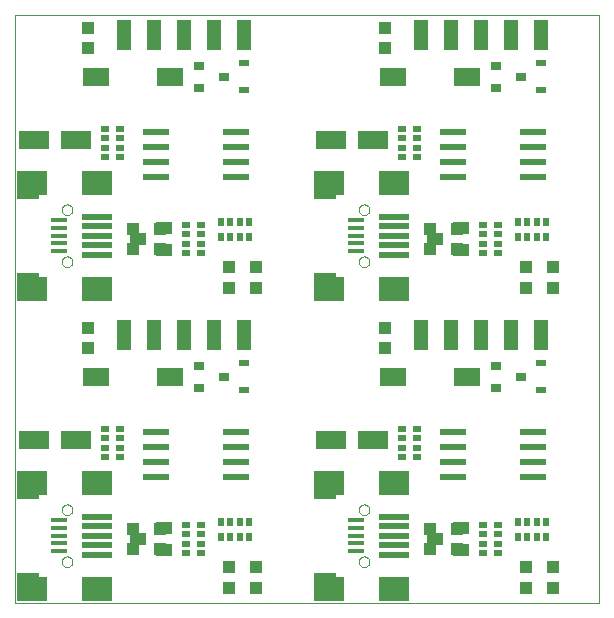
<source format=gtp>
G75*
%MOIN*%
%OFA0B0*%
%FSLAX24Y24*%
%IPPOS*%
%LPD*%
%AMOC8*
5,1,8,0,0,1.08239X$1,22.5*
%
%ADD10C,0.0000*%
%ADD11R,0.0500X0.1000*%
%ADD12R,0.0354X0.0315*%
%ADD13R,0.0327X0.0248*%
%ADD14R,0.0984X0.0197*%
%ADD15R,0.0984X0.0787*%
%ADD16R,0.0551X0.0138*%
%ADD17R,0.0748X0.0709*%
%ADD18R,0.0870X0.0240*%
%ADD19R,0.0551X0.0394*%
%ADD20R,0.0433X0.0394*%
%ADD21R,0.0400X0.0400*%
%ADD22R,0.0394X0.0433*%
%ADD23R,0.0256X0.0197*%
%ADD24R,0.0197X0.0256*%
%ADD25R,0.0906X0.0630*%
%ADD26R,0.1024X0.0630*%
D10*
X000778Y000102D02*
X000778Y019723D01*
X020273Y019723D01*
X020273Y000102D01*
X000778Y000102D01*
X002351Y001485D02*
X002353Y001511D01*
X002359Y001537D01*
X002369Y001562D01*
X002382Y001585D01*
X002398Y001605D01*
X002418Y001623D01*
X002440Y001638D01*
X002463Y001650D01*
X002489Y001658D01*
X002515Y001662D01*
X002541Y001662D01*
X002567Y001658D01*
X002593Y001650D01*
X002617Y001638D01*
X002638Y001623D01*
X002658Y001605D01*
X002674Y001585D01*
X002687Y001562D01*
X002697Y001537D01*
X002703Y001511D01*
X002705Y001485D01*
X002703Y001459D01*
X002697Y001433D01*
X002687Y001408D01*
X002674Y001385D01*
X002658Y001365D01*
X002638Y001347D01*
X002616Y001332D01*
X002593Y001320D01*
X002567Y001312D01*
X002541Y001308D01*
X002515Y001308D01*
X002489Y001312D01*
X002463Y001320D01*
X002439Y001332D01*
X002418Y001347D01*
X002398Y001365D01*
X002382Y001385D01*
X002369Y001408D01*
X002359Y001433D01*
X002353Y001459D01*
X002351Y001485D01*
X002351Y003218D02*
X002353Y003244D01*
X002359Y003270D01*
X002369Y003295D01*
X002382Y003318D01*
X002398Y003338D01*
X002418Y003356D01*
X002440Y003371D01*
X002463Y003383D01*
X002489Y003391D01*
X002515Y003395D01*
X002541Y003395D01*
X002567Y003391D01*
X002593Y003383D01*
X002617Y003371D01*
X002638Y003356D01*
X002658Y003338D01*
X002674Y003318D01*
X002687Y003295D01*
X002697Y003270D01*
X002703Y003244D01*
X002705Y003218D01*
X002703Y003192D01*
X002697Y003166D01*
X002687Y003141D01*
X002674Y003118D01*
X002658Y003098D01*
X002638Y003080D01*
X002616Y003065D01*
X002593Y003053D01*
X002567Y003045D01*
X002541Y003041D01*
X002515Y003041D01*
X002489Y003045D01*
X002463Y003053D01*
X002439Y003065D01*
X002418Y003080D01*
X002398Y003098D01*
X002382Y003118D01*
X002369Y003141D01*
X002359Y003166D01*
X002353Y003192D01*
X002351Y003218D01*
X002351Y011485D02*
X002353Y011511D01*
X002359Y011537D01*
X002369Y011562D01*
X002382Y011585D01*
X002398Y011605D01*
X002418Y011623D01*
X002440Y011638D01*
X002463Y011650D01*
X002489Y011658D01*
X002515Y011662D01*
X002541Y011662D01*
X002567Y011658D01*
X002593Y011650D01*
X002617Y011638D01*
X002638Y011623D01*
X002658Y011605D01*
X002674Y011585D01*
X002687Y011562D01*
X002697Y011537D01*
X002703Y011511D01*
X002705Y011485D01*
X002703Y011459D01*
X002697Y011433D01*
X002687Y011408D01*
X002674Y011385D01*
X002658Y011365D01*
X002638Y011347D01*
X002616Y011332D01*
X002593Y011320D01*
X002567Y011312D01*
X002541Y011308D01*
X002515Y011308D01*
X002489Y011312D01*
X002463Y011320D01*
X002439Y011332D01*
X002418Y011347D01*
X002398Y011365D01*
X002382Y011385D01*
X002369Y011408D01*
X002359Y011433D01*
X002353Y011459D01*
X002351Y011485D01*
X002351Y013218D02*
X002353Y013244D01*
X002359Y013270D01*
X002369Y013295D01*
X002382Y013318D01*
X002398Y013338D01*
X002418Y013356D01*
X002440Y013371D01*
X002463Y013383D01*
X002489Y013391D01*
X002515Y013395D01*
X002541Y013395D01*
X002567Y013391D01*
X002593Y013383D01*
X002617Y013371D01*
X002638Y013356D01*
X002658Y013338D01*
X002674Y013318D01*
X002687Y013295D01*
X002697Y013270D01*
X002703Y013244D01*
X002705Y013218D01*
X002703Y013192D01*
X002697Y013166D01*
X002687Y013141D01*
X002674Y013118D01*
X002658Y013098D01*
X002638Y013080D01*
X002616Y013065D01*
X002593Y013053D01*
X002567Y013045D01*
X002541Y013041D01*
X002515Y013041D01*
X002489Y013045D01*
X002463Y013053D01*
X002439Y013065D01*
X002418Y013080D01*
X002398Y013098D01*
X002382Y013118D01*
X002369Y013141D01*
X002359Y013166D01*
X002353Y013192D01*
X002351Y013218D01*
X012251Y013218D02*
X012253Y013244D01*
X012259Y013270D01*
X012269Y013295D01*
X012282Y013318D01*
X012298Y013338D01*
X012318Y013356D01*
X012340Y013371D01*
X012363Y013383D01*
X012389Y013391D01*
X012415Y013395D01*
X012441Y013395D01*
X012467Y013391D01*
X012493Y013383D01*
X012517Y013371D01*
X012538Y013356D01*
X012558Y013338D01*
X012574Y013318D01*
X012587Y013295D01*
X012597Y013270D01*
X012603Y013244D01*
X012605Y013218D01*
X012603Y013192D01*
X012597Y013166D01*
X012587Y013141D01*
X012574Y013118D01*
X012558Y013098D01*
X012538Y013080D01*
X012516Y013065D01*
X012493Y013053D01*
X012467Y013045D01*
X012441Y013041D01*
X012415Y013041D01*
X012389Y013045D01*
X012363Y013053D01*
X012339Y013065D01*
X012318Y013080D01*
X012298Y013098D01*
X012282Y013118D01*
X012269Y013141D01*
X012259Y013166D01*
X012253Y013192D01*
X012251Y013218D01*
X012251Y011485D02*
X012253Y011511D01*
X012259Y011537D01*
X012269Y011562D01*
X012282Y011585D01*
X012298Y011605D01*
X012318Y011623D01*
X012340Y011638D01*
X012363Y011650D01*
X012389Y011658D01*
X012415Y011662D01*
X012441Y011662D01*
X012467Y011658D01*
X012493Y011650D01*
X012517Y011638D01*
X012538Y011623D01*
X012558Y011605D01*
X012574Y011585D01*
X012587Y011562D01*
X012597Y011537D01*
X012603Y011511D01*
X012605Y011485D01*
X012603Y011459D01*
X012597Y011433D01*
X012587Y011408D01*
X012574Y011385D01*
X012558Y011365D01*
X012538Y011347D01*
X012516Y011332D01*
X012493Y011320D01*
X012467Y011312D01*
X012441Y011308D01*
X012415Y011308D01*
X012389Y011312D01*
X012363Y011320D01*
X012339Y011332D01*
X012318Y011347D01*
X012298Y011365D01*
X012282Y011385D01*
X012269Y011408D01*
X012259Y011433D01*
X012253Y011459D01*
X012251Y011485D01*
X012251Y003218D02*
X012253Y003244D01*
X012259Y003270D01*
X012269Y003295D01*
X012282Y003318D01*
X012298Y003338D01*
X012318Y003356D01*
X012340Y003371D01*
X012363Y003383D01*
X012389Y003391D01*
X012415Y003395D01*
X012441Y003395D01*
X012467Y003391D01*
X012493Y003383D01*
X012517Y003371D01*
X012538Y003356D01*
X012558Y003338D01*
X012574Y003318D01*
X012587Y003295D01*
X012597Y003270D01*
X012603Y003244D01*
X012605Y003218D01*
X012603Y003192D01*
X012597Y003166D01*
X012587Y003141D01*
X012574Y003118D01*
X012558Y003098D01*
X012538Y003080D01*
X012516Y003065D01*
X012493Y003053D01*
X012467Y003045D01*
X012441Y003041D01*
X012415Y003041D01*
X012389Y003045D01*
X012363Y003053D01*
X012339Y003065D01*
X012318Y003080D01*
X012298Y003098D01*
X012282Y003118D01*
X012269Y003141D01*
X012259Y003166D01*
X012253Y003192D01*
X012251Y003218D01*
X012251Y001485D02*
X012253Y001511D01*
X012259Y001537D01*
X012269Y001562D01*
X012282Y001585D01*
X012298Y001605D01*
X012318Y001623D01*
X012340Y001638D01*
X012363Y001650D01*
X012389Y001658D01*
X012415Y001662D01*
X012441Y001662D01*
X012467Y001658D01*
X012493Y001650D01*
X012517Y001638D01*
X012538Y001623D01*
X012558Y001605D01*
X012574Y001585D01*
X012587Y001562D01*
X012597Y001537D01*
X012603Y001511D01*
X012605Y001485D01*
X012603Y001459D01*
X012597Y001433D01*
X012587Y001408D01*
X012574Y001385D01*
X012558Y001365D01*
X012538Y001347D01*
X012516Y001332D01*
X012493Y001320D01*
X012467Y001312D01*
X012441Y001308D01*
X012415Y001308D01*
X012389Y001312D01*
X012363Y001320D01*
X012339Y001332D01*
X012318Y001347D01*
X012298Y001365D01*
X012282Y001385D01*
X012269Y001408D01*
X012259Y001433D01*
X012253Y001459D01*
X012251Y001485D01*
D11*
X014328Y009052D03*
X015328Y009052D03*
X016328Y009052D03*
X017328Y009052D03*
X018328Y009052D03*
X018328Y019052D03*
X017328Y019052D03*
X016328Y019052D03*
X015328Y019052D03*
X014328Y019052D03*
X008428Y019052D03*
X007428Y019052D03*
X006428Y019052D03*
X005428Y019052D03*
X004428Y019052D03*
X004428Y009052D03*
X005428Y009052D03*
X006428Y009052D03*
X007428Y009052D03*
X008428Y009052D03*
D12*
X007761Y007652D03*
X006934Y008026D03*
X006934Y007278D03*
X006934Y017278D03*
X006934Y018026D03*
X007761Y017652D03*
X016834Y018026D03*
X016834Y017278D03*
X017661Y017652D03*
X016834Y008026D03*
X016834Y007278D03*
X017661Y007652D03*
D13*
X018328Y008104D03*
X018328Y007199D03*
X018328Y017199D03*
X018328Y018104D03*
X008428Y018104D03*
X008428Y017199D03*
X008428Y008104D03*
X008428Y007199D03*
D14*
X003512Y002981D03*
X003512Y002667D03*
X003512Y002352D03*
X003512Y002037D03*
X003512Y001722D03*
X003512Y011722D03*
X003512Y012037D03*
X003512Y012352D03*
X003512Y012667D03*
X003512Y012981D03*
X013412Y012981D03*
X013412Y012667D03*
X013412Y012352D03*
X013412Y012037D03*
X013412Y011722D03*
X013412Y002981D03*
X013412Y002667D03*
X013412Y002352D03*
X013412Y002037D03*
X013412Y001722D03*
D15*
X013412Y000580D03*
X011246Y000580D03*
X011246Y004123D03*
X013412Y004123D03*
X013412Y010580D03*
X011246Y010580D03*
X011246Y014123D03*
X013412Y014123D03*
X003512Y014123D03*
X001346Y014123D03*
X001346Y010580D03*
X003512Y010580D03*
X003512Y004123D03*
X001346Y004123D03*
X001346Y000580D03*
X003512Y000580D03*
D16*
X002271Y001840D03*
X002271Y002096D03*
X002271Y002352D03*
X002271Y002607D03*
X002271Y002863D03*
X002271Y011840D03*
X002271Y012096D03*
X002271Y012352D03*
X002271Y012607D03*
X002271Y012863D03*
X012171Y012863D03*
X012171Y012607D03*
X012171Y012352D03*
X012171Y012096D03*
X012171Y011840D03*
X012171Y002863D03*
X012171Y002607D03*
X012171Y002352D03*
X012171Y002096D03*
X012171Y001840D03*
D17*
X011128Y000777D03*
X011128Y003926D03*
X011128Y010777D03*
X011128Y013926D03*
X001228Y013926D03*
X001228Y010777D03*
X001228Y003926D03*
X001228Y000777D03*
D18*
X005498Y004302D03*
X005498Y004802D03*
X005498Y005302D03*
X005498Y005802D03*
X008148Y005802D03*
X008148Y005302D03*
X008148Y004802D03*
X008148Y004302D03*
X015398Y004302D03*
X015398Y004802D03*
X015398Y005302D03*
X015398Y005802D03*
X018048Y005802D03*
X018048Y005302D03*
X018048Y004802D03*
X018048Y004302D03*
X018048Y014302D03*
X018048Y014802D03*
X018048Y015302D03*
X018048Y015802D03*
X015398Y015802D03*
X015398Y015302D03*
X015398Y014802D03*
X015398Y014302D03*
X008148Y014302D03*
X008148Y014802D03*
X008148Y015302D03*
X008148Y015802D03*
X005498Y015802D03*
X005498Y015302D03*
X005498Y014802D03*
X005498Y014302D03*
D19*
X005761Y012626D03*
X005761Y011878D03*
X004894Y012252D03*
X005761Y002626D03*
X005761Y001878D03*
X004894Y002252D03*
X014794Y002252D03*
X015661Y002626D03*
X015661Y001878D03*
X015661Y011878D03*
X015661Y012626D03*
X014794Y012252D03*
D20*
X014628Y011917D03*
X014628Y012586D03*
X015528Y012586D03*
X015528Y011917D03*
X015528Y002586D03*
X015528Y001917D03*
X014628Y001917D03*
X014628Y002586D03*
X005628Y002586D03*
X005628Y001917D03*
X004728Y001917D03*
X004728Y002586D03*
X004728Y011917D03*
X004728Y012586D03*
X005628Y012586D03*
X005628Y011917D03*
D21*
X007928Y011302D03*
X007928Y010602D03*
X008828Y010602D03*
X008828Y011302D03*
X017828Y011302D03*
X017828Y010602D03*
X018728Y010602D03*
X018728Y011302D03*
X018728Y001302D03*
X018728Y000602D03*
X017828Y000602D03*
X017828Y001302D03*
X008828Y001302D03*
X008828Y000602D03*
X007928Y000602D03*
X007928Y001302D03*
D22*
X003228Y008617D03*
X003228Y009286D03*
X003228Y018617D03*
X003228Y019286D03*
X013128Y019286D03*
X013128Y018617D03*
X013128Y009286D03*
X013128Y008617D03*
D23*
X013681Y005924D03*
X013681Y005609D03*
X013681Y005294D03*
X013681Y004979D03*
X014174Y004979D03*
X014174Y005294D03*
X014174Y005609D03*
X014174Y005924D03*
X016381Y002724D03*
X016381Y002409D03*
X016381Y002094D03*
X016381Y001779D03*
X016874Y001779D03*
X016874Y002094D03*
X016874Y002409D03*
X016874Y002724D03*
X016874Y011779D03*
X016874Y012094D03*
X016874Y012409D03*
X016874Y012724D03*
X016381Y012724D03*
X016381Y012409D03*
X016381Y012094D03*
X016381Y011779D03*
X014174Y014979D03*
X014174Y015294D03*
X014174Y015609D03*
X014174Y015924D03*
X013681Y015924D03*
X013681Y015609D03*
X013681Y015294D03*
X013681Y014979D03*
X006974Y012724D03*
X006974Y012409D03*
X006974Y012094D03*
X006974Y011779D03*
X006481Y011779D03*
X006481Y012094D03*
X006481Y012409D03*
X006481Y012724D03*
X004274Y014979D03*
X004274Y015294D03*
X004274Y015609D03*
X004274Y015924D03*
X003781Y015924D03*
X003781Y015609D03*
X003781Y015294D03*
X003781Y014979D03*
X003781Y005924D03*
X003781Y005609D03*
X003781Y005294D03*
X003781Y004979D03*
X004274Y004979D03*
X004274Y005294D03*
X004274Y005609D03*
X004274Y005924D03*
X006481Y002724D03*
X006481Y002409D03*
X006481Y002094D03*
X006481Y001779D03*
X006974Y001779D03*
X006974Y002094D03*
X006974Y002409D03*
X006974Y002724D03*
D24*
X007655Y002798D03*
X007970Y002798D03*
X008285Y002798D03*
X008600Y002798D03*
X008600Y002306D03*
X008285Y002306D03*
X007970Y002306D03*
X007655Y002306D03*
X007655Y012306D03*
X007970Y012306D03*
X008285Y012306D03*
X008600Y012306D03*
X008600Y012798D03*
X008285Y012798D03*
X007970Y012798D03*
X007655Y012798D03*
X017555Y012798D03*
X017870Y012798D03*
X018185Y012798D03*
X018500Y012798D03*
X018500Y012306D03*
X018185Y012306D03*
X017870Y012306D03*
X017555Y012306D03*
X017555Y002798D03*
X017870Y002798D03*
X018185Y002798D03*
X018500Y002798D03*
X018500Y002306D03*
X018185Y002306D03*
X017870Y002306D03*
X017555Y002306D03*
D25*
X015868Y007652D03*
X013387Y007652D03*
X005968Y007652D03*
X003487Y007652D03*
X003487Y017652D03*
X005968Y017652D03*
X013387Y017652D03*
X015868Y017652D03*
D26*
X012736Y015552D03*
X011319Y015552D03*
X002836Y015552D03*
X001419Y015552D03*
X001419Y005552D03*
X002836Y005552D03*
X011319Y005552D03*
X012736Y005552D03*
M02*

</source>
